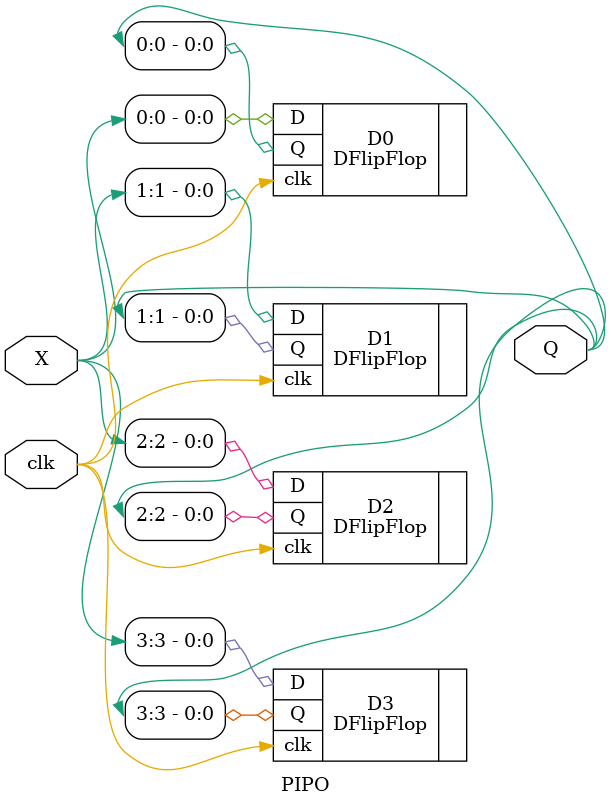
<source format=v>
`timescale 1ns / 1ps


module PIPO(output [3:0]Q, input [3:0]X, input clk);

    DFlipFlop D0(.Q(Q[0]), .D(X[0]), .clk(clk));
    DFlipFlop D1(.Q(Q[1]), .D(X[1]), .clk(clk));
    DFlipFlop D2(.Q(Q[2]), .D(X[2]), .clk(clk));
    DFlipFlop D3(.Q(Q[3]), .D(X[3]), .clk(clk));
    
endmodule

</source>
